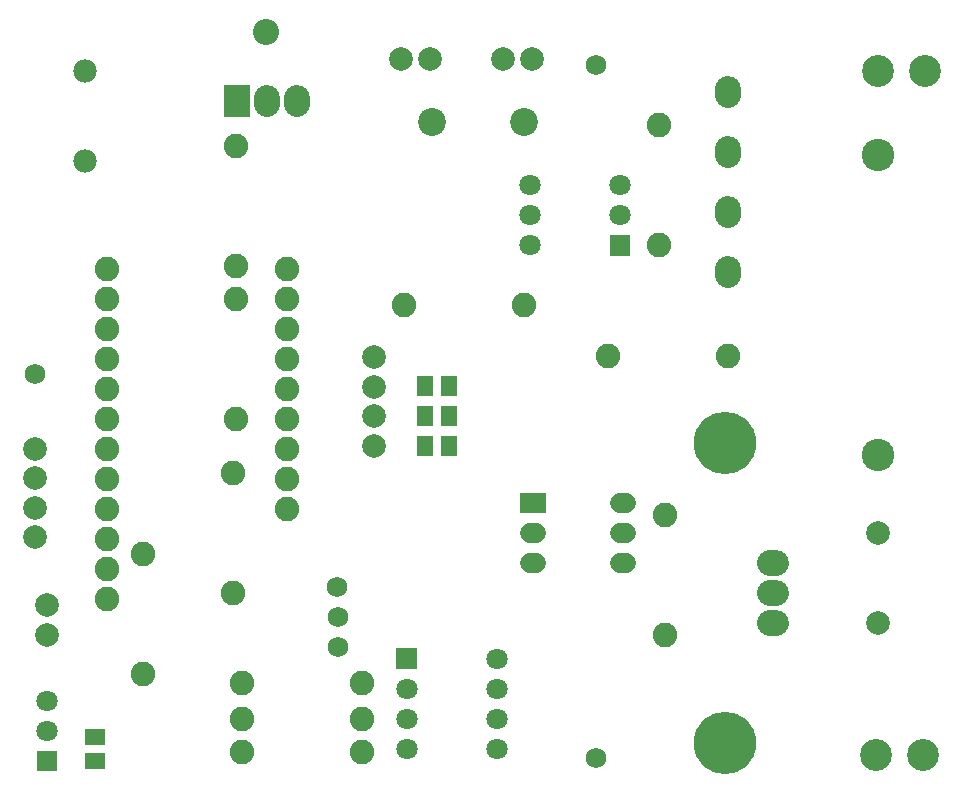
<source format=gbs>
G04 Layer: BottomSolderMaskLayer*
G04 EasyEDA v6.4.0, 2020-08-15T23:10:14+05:30*
G04 5cc65f200d574341adaaee413559fcb0,ac1a8ddbb09a48189df0a8a7e8d705f5,10*
G04 Gerber Generator version 0.2*
G04 Scale: 100 percent, Rotated: No, Reflected: No *
G04 Dimensions in inches *
G04 leading zeros omitted , absolute positions ,2 integer and 4 decimal *
%FSLAX24Y24*%
%MOIN*%
G90*
G70D02*

%ADD44C,0.086740*%
%ADD45C,0.088000*%
%ADD46C,0.067055*%
%ADD47C,0.068000*%
%ADD49C,0.106425*%
%ADD50C,0.078866*%
%ADD51C,0.082000*%
%ADD52C,0.078000*%
%ADD53C,0.093000*%
%ADD55C,0.208000*%
%ADD56C,0.108000*%
%ADD58C,0.070992*%
%ADD60C,0.071000*%
%ADD61R,0.070992X0.070992*%

%LPD*%
G54D44*
G01X11050Y23698D02*
G01X11050Y23501D01*
G01X10050Y23698D02*
G01X10050Y23501D01*
G54D45*
G01X26800Y7200D02*
G01X27000Y7200D01*
G01X26800Y8200D02*
G01X27000Y8200D01*
G01X26800Y6200D02*
G01X27000Y6200D01*
G54D46*
G01X18801Y9200D02*
G01X18998Y9200D01*
G01X18801Y8200D02*
G01X18998Y8200D01*
G01X21801Y10200D02*
G01X21998Y10200D01*
G01X21801Y9200D02*
G01X21998Y9200D01*
G01X21801Y8200D02*
G01X21998Y8200D01*
G54D44*
G01X25400Y21801D02*
G01X25400Y21998D01*
G01X25400Y23801D02*
G01X25400Y23998D01*
G01X25400Y19801D02*
G01X25400Y19998D01*
G01X25400Y17801D02*
G01X25400Y17998D01*
G54D47*
G01X21000Y24800D03*
G01X21000Y1700D03*
G01X2300Y14500D03*
G36*
G01X15831Y13771D02*
G01X15831Y14428D01*
G01X16368Y14428D01*
G01X16368Y13771D01*
G01X15831Y13771D01*
G37*
G36*
G01X15031Y13771D02*
G01X15031Y14428D01*
G01X15568Y14428D01*
G01X15568Y13771D01*
G01X15031Y13771D01*
G37*
G36*
G01X15031Y12771D02*
G01X15031Y13428D01*
G01X15568Y13428D01*
G01X15568Y12771D01*
G01X15031Y12771D01*
G37*
G36*
G01X15831Y12771D02*
G01X15831Y13428D01*
G01X16368Y13428D01*
G01X16368Y12771D01*
G01X15831Y12771D01*
G37*
G36*
G01X15031Y11771D02*
G01X15031Y12428D01*
G01X15568Y12428D01*
G01X15568Y11771D01*
G01X15031Y11771D01*
G37*
G36*
G01X15831Y11771D02*
G01X15831Y12428D01*
G01X16368Y12428D01*
G01X16368Y11771D01*
G01X15831Y11771D01*
G37*
G36*
G01X3971Y2132D02*
G01X3971Y2667D01*
G01X4628Y2667D01*
G01X4628Y2132D01*
G01X3971Y2132D01*
G37*
G36*
G01X3971Y1332D02*
G01X3971Y1867D01*
G01X4628Y1867D01*
G01X4628Y1332D01*
G01X3971Y1332D01*
G37*
G36*
G01X8615Y23067D02*
G01X8615Y24132D01*
G01X9484Y24132D01*
G01X9484Y23067D01*
G01X8615Y23067D01*
G37*
G54D49*
G01X30340Y1800D03*
G01X31900Y1794D03*
G54D50*
G01X17900Y25000D03*
G01X18885Y25000D03*
G01X14500Y25000D03*
G01X15485Y25000D03*
G54D47*
G01X12400Y6400D03*
G01X12400Y5400D03*
G01X12360Y7407D03*
G54D50*
G01X13600Y12100D03*
G01X13600Y13084D03*
G01X13600Y14069D03*
G01X13600Y15053D03*
G54D51*
G01X8900Y11200D03*
G01X8900Y7200D03*
G01X9000Y17000D03*
G01X9000Y13000D03*
G01X9200Y3000D03*
G01X13200Y3000D03*
G54D52*
G01X3988Y21588D03*
G01X3988Y24580D03*
G54D51*
G01X14600Y16800D03*
G01X18600Y16800D03*
G01X23300Y9800D03*
G01X23300Y5800D03*
G01X9000Y18100D03*
G01X9000Y22100D03*
G01X23100Y18800D03*
G01X23100Y22800D03*
G01X21400Y15100D03*
G01X25400Y15100D03*
G54D53*
G01X18600Y22900D03*
G01X15550Y22900D03*
G54D50*
G01X30400Y9196D03*
G01X30400Y6203D03*
G36*
G01X18465Y9865D02*
G01X18465Y10534D01*
G01X19334Y10534D01*
G01X19334Y9865D01*
G01X18465Y9865D01*
G37*
G54D51*
G01X5900Y4500D03*
G01X5900Y8500D03*
G54D55*
G01X25300Y2200D03*
G01X25300Y12200D03*
G54D44*
G01X10000Y25901D03*
G54D49*
G01X31959Y24600D03*
G01X30400Y24605D03*
G54D56*
G01X30400Y11800D03*
G01X30400Y21800D03*
G36*
G01X21464Y18425D02*
G01X21464Y19134D01*
G01X22135Y19134D01*
G01X22135Y18425D01*
G01X21464Y18425D01*
G37*
G54D58*
G01X21800Y19780D03*
G01X21800Y20780D03*
G01X18800Y18780D03*
G01X18800Y20780D03*
G01X18800Y19780D03*
G54D50*
G01X2300Y12000D03*
G01X2300Y11015D03*
G01X2300Y10030D03*
G01X2300Y9046D03*
G54D51*
G01X10700Y10000D03*
G01X10700Y11000D03*
G01X10700Y12000D03*
G01X10700Y13000D03*
G01X10700Y14000D03*
G01X10700Y15000D03*
G01X10700Y16000D03*
G01X10700Y17000D03*
G01X10700Y18000D03*
G01X4700Y18000D03*
G01X4700Y17000D03*
G01X4700Y16000D03*
G01X4700Y15000D03*
G01X4700Y14000D03*
G01X4700Y13000D03*
G01X4700Y12000D03*
G01X4700Y11000D03*
G01X4700Y10000D03*
G01X4700Y9000D03*
G01X4700Y8000D03*
G01X4700Y7000D03*
G36*
G01X14344Y4644D02*
G01X14344Y5355D01*
G01X15055Y5355D01*
G01X15055Y4644D01*
G01X14344Y4644D01*
G37*
G54D60*
G01X14700Y4000D03*
G01X14700Y3000D03*
G01X14700Y2000D03*
G01X17700Y2000D03*
G01X17700Y3000D03*
G01X17700Y4000D03*
G01X17700Y5000D03*
G54D51*
G01X13200Y1900D03*
G01X9200Y1900D03*
G01X13200Y4200D03*
G01X9200Y4200D03*
G54D61*
G01X2696Y1600D03*
G54D58*
G01X2697Y2600D03*
G01X2697Y3600D03*
G54D50*
G01X2700Y5800D03*
G01X2700Y6784D03*
M00*
M02*

</source>
